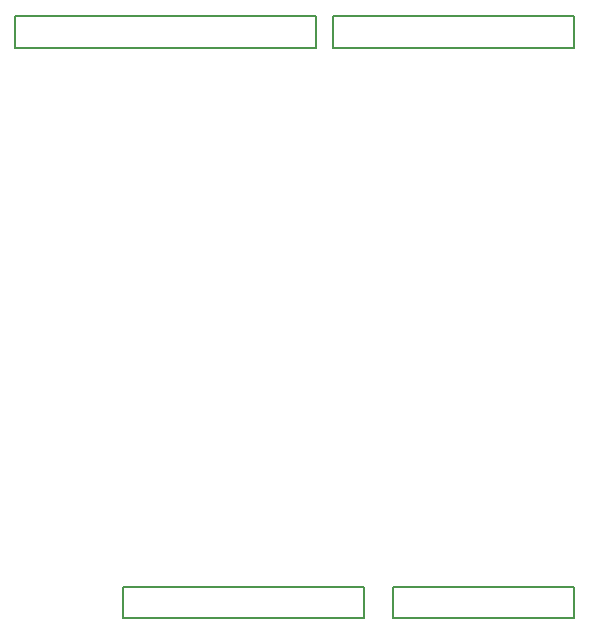
<source format=gbo>
%TF.GenerationSoftware,KiCad,Pcbnew,7.0.1*%
%TF.CreationDate,2023-06-16T17:14:34+02:00*%
%TF.ProjectId,Uno_shiefefefe - Copy,556e6f5f-7368-4696-9566-656665666520,rev?*%
%TF.SameCoordinates,Original*%
%TF.FileFunction,Legend,Bot*%
%TF.FilePolarity,Positive*%
%FSLAX46Y46*%
G04 Gerber Fmt 4.6, Leading zero omitted, Abs format (unit mm)*
G04 Created by KiCad (PCBNEW 7.0.1) date 2023-06-16 17:14:34*
%MOMM*%
%LPD*%
G01*
G04 APERTURE LIST*
%ADD10C,0.150000*%
%ADD11R,1.700000X1.700000*%
%ADD12O,1.700000X1.700000*%
%ADD13C,3.200000*%
%ADD14R,1.050000X1.500000*%
%ADD15O,1.050000X1.500000*%
%ADD16R,1.600000X1.600000*%
%ADD17C,1.600000*%
%ADD18O,1.600000X1.600000*%
G04 APERTURE END LIST*
D10*
X160468000Y-122535000D02*
X175828000Y-122535000D01*
X175828000Y-125195000D01*
X160468000Y-125195000D01*
X160468000Y-122535000D01*
X155388000Y-74245000D02*
X175828000Y-74245000D01*
X175828000Y-76905000D01*
X155388000Y-76905000D01*
X155388000Y-74245000D01*
X137603000Y-122535000D02*
X158038000Y-122535000D01*
X158038000Y-125195000D01*
X137603000Y-125195000D01*
X137603000Y-122535000D01*
X128468000Y-74245000D02*
X153988000Y-74245000D01*
X153988000Y-76905000D01*
X128468000Y-76905000D01*
X128468000Y-74245000D01*
%LPC*%
D11*
X156713000Y-123865000D03*
D12*
X154173000Y-123865000D03*
X151633000Y-123865000D03*
X149093000Y-123865000D03*
X146553000Y-123865000D03*
X144013000Y-123865000D03*
X141473000Y-123865000D03*
X138933000Y-123865000D03*
D11*
X174498000Y-123865000D03*
D12*
X171958000Y-123865000D03*
X169418000Y-123865000D03*
X166878000Y-123865000D03*
X164338000Y-123865000D03*
X161798000Y-123865000D03*
D11*
X174498000Y-75575000D03*
D12*
X171958000Y-75575000D03*
X169418000Y-75575000D03*
X166878000Y-75575000D03*
X164338000Y-75575000D03*
X161798000Y-75575000D03*
X159258000Y-75575000D03*
X156718000Y-75575000D03*
D11*
X152658000Y-75575000D03*
D12*
X150118000Y-75575000D03*
X147578000Y-75575000D03*
X145038000Y-75575000D03*
X142498000Y-75575000D03*
X139958000Y-75575000D03*
X137418000Y-75575000D03*
X134878000Y-75575000D03*
X132338000Y-75575000D03*
X129798000Y-75575000D03*
X136380000Y-115747500D03*
D13*
X176998000Y-90805000D03*
D12*
X163127500Y-107460000D03*
X160587500Y-107460000D03*
X136380000Y-120830000D03*
X136380000Y-118290000D03*
D11*
X163128000Y-89680000D03*
D12*
X160588000Y-92220000D03*
X160588000Y-89680000D03*
X163128000Y-92220000D03*
X160588000Y-94760000D03*
X163128000Y-94760000D03*
X163128000Y-97300000D03*
X160588000Y-99840000D03*
X163128000Y-99840000D03*
X160588000Y-102380000D03*
X163128000Y-102380000D03*
X160588000Y-104920000D03*
X163128000Y-104920000D03*
X160588000Y-97300000D03*
X160040000Y-115107500D03*
X160040000Y-112567500D03*
X130760000Y-118310000D03*
X130760000Y-115770000D03*
X130760000Y-113230000D03*
D14*
X163225000Y-112310000D03*
D15*
X164820000Y-112310000D03*
X166425000Y-112310000D03*
D13*
X124998000Y-123365000D03*
D16*
X153424888Y-113460000D03*
D17*
X155924888Y-113460000D03*
D13*
X126238000Y-75565000D03*
D12*
X148980000Y-114712500D03*
X169625000Y-115107500D03*
X169625000Y-112567500D03*
D11*
X174375000Y-84605000D03*
D12*
X174375000Y-87145000D03*
X171835000Y-84605000D03*
X171835000Y-87145000D03*
D13*
X176998000Y-118745000D03*
X115000000Y-86750000D03*
D12*
X128220000Y-118310000D03*
X125680000Y-118310000D03*
X128220000Y-115770000D03*
X125680000Y-115770000D03*
X128220000Y-113230000D03*
X125680000Y-113230000D03*
D11*
X175350000Y-96220000D03*
X175355000Y-99720000D03*
X175350000Y-103170000D03*
X175350000Y-106570000D03*
X175350000Y-109970000D03*
X175350000Y-113370000D03*
X138930000Y-120830000D03*
D12*
X138930000Y-118290000D03*
X141470000Y-120830000D03*
X141470000Y-118290000D03*
X144010000Y-120830000D03*
X144010000Y-118290000D03*
X146550000Y-120830000D03*
X146550000Y-118290000D03*
D17*
X136400000Y-123840000D03*
D18*
X128780000Y-123840000D03*
D13*
X115000000Y-108300000D03*
D12*
X149090000Y-118290000D03*
X151630000Y-118290000D03*
M02*

</source>
